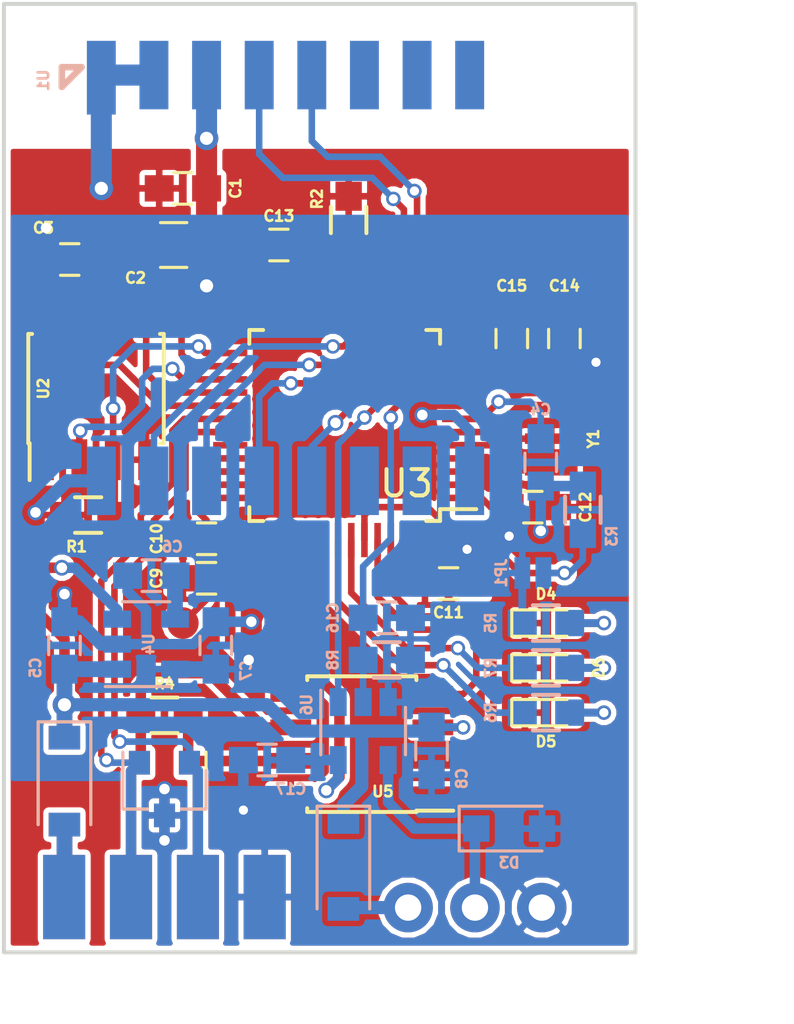
<source format=kicad_pcb>
(kicad_pcb (version 20171130) (host pcbnew 5.0.0)
  (layers (0 F.Cu signal) (31 B.Cu signal) (34 B.Paste user) (35 F.Paste user) (36 B.SilkS user) (37 F.SilkS user) (38 B.Mask user) (39 F.Mask user) (44 Edge.Cuts user))
  (net 0 "")
  (net 1 +3V3)
  (net 2 GND)
  (net 3 "Net-(C4-Pad2)")
  (net 4 +5V)
  (net 5 "Net-(C6-Pad1)")
  (net 6 U1TX)
  (net 7 U1RX)
  (net 8 U2TX)
  (net 9 "Net-(D4-Pad2)")
  (net 10 "Net-(D5-Pad2)")
  (net 11 "Net-(D6-Pad2)")
  (net 12 FLASH_WP)
  (net 13 "Net-(R2-Pad1)")
  (net 14 LED1)
  (net 15 LED2)
  (net 16 LORA_RST)
  (net 17 LORA_INT)
  (net 18 "Net-(U1-Pad6)")
  (net 19 "Net-(U1-Pad7)")
  (net 20 "Net-(U1-Pad8)")
  (net 21 "Net-(U1-Pad10)")
  (net 22 "Net-(U1-Pad11)")
  (net 23 SPI1_SCK)
  (net 24 SPI1_MISO)
  (net 25 SPI1_MOSI)
  (net 26 LORA_CS)
  (net 27 FLASH_CS)
  (net 28 SPI2_MISO)
  (net 29 SPI2_MOSI)
  (net 30 SPI2_SCK)
  (net 31 "Net-(U3-Pad2)")
  (net 32 "Net-(U3-Pad3)")
  (net 33 "Net-(U3-Pad4)")
  (net 34 "Net-(U3-Pad5)")
  (net 35 "Net-(U3-Pad6)")
  (net 36 "Net-(U3-Pad10)")
  (net 37 "Net-(U3-Pad19)")
  (net 38 "Net-(U3-Pad21)")
  (net 39 "Net-(U3-Pad22)")
  (net 40 SWDIO)
  (net 41 SWCLK)
  (net 42 SWO)
  (net 43 "Net-(U3-Pad40)")
  (net 44 "Net-(U3-Pad41)")
  (net 45 CANRX)
  (net 46 CANTX)
  (net 47 "Net-(U5-Pad5)")
  (net 48 BOOT0)
  (net 49 SB_INV)
  (net 50 "Net-(D3-Pad1)")
  (net 51 CANH)
  (net 52 CANL)
  (net 53 PWR_IN1)
  (net 54 PWR_IN2)
  (net 55 PWR_IN3)
  (net 56 "Net-(U3-Pad38)")
  (net 57 "Net-(U3-Pad32)")
  (net 58 "Net-(U3-Pad33)")
  (module LCC:RA0x-LCC16 (layer B.Cu) (at 119.7 108.4 270)
    (fp_text reference U1 (at -7.5 9.2 270) (layer B.SilkS) (effects (font (size 0.4 0.4) (thickness 0.1)) (justify mirror)))
    (fp_text value Ra-02)
    (pad 1 smd rect (at -7.6 7 270) (size 2.8 1.1) (layers B.Cu B.Paste B.Mask) (net 2 GND))
    (pad 2 smd rect (at -7.7 5 270) (size 2.6 1.1) (layers B.Cu B.Paste B.Mask) (net 2 GND))
    (pad 3 smd rect (at -7.7 3 270) (size 2.6 1.1) (layers B.Cu B.Paste B.Mask) (net 1 +3V3))
    (pad 4 smd rect (at -7.7 1 270) (size 2.6 1.1) (layers B.Cu B.Paste B.Mask) (net 16 LORA_RST))
    (pad 5 smd rect (at -7.7 -1 270) (size 2.6 1.1) (layers B.Cu B.Paste B.Mask) (net 17 LORA_INT))
    (pad 6 smd rect (at -7.7 -3 270) (size 2.6 1.1) (layers B.Cu B.Paste B.Mask) (net 18 "Net-(U1-Pad6)"))
    (pad 7 smd rect (at -7.7 -5 270) (size 2.6 1.1) (layers B.Cu B.Paste B.Mask) (net 19 "Net-(U1-Pad7)"))
    (pad 8 smd rect (at -7.7 -7 270) (size 2.6 1.1) (layers B.Cu B.Paste B.Mask) (net 20 "Net-(U1-Pad8)"))
    (pad 9 smd rect (at 7.7 -7 270) (size 2.6 1.1) (layers B.Cu B.Paste B.Mask) (net 2 GND))
    (pad 10 smd rect (at 7.7 -5 270) (size 2.6 1.1) (layers B.Cu B.Paste B.Mask) (net 21 "Net-(U1-Pad10)"))
    (pad 11 smd rect (at 7.7 -3 270) (size 2.6 1.1) (layers B.Cu B.Paste B.Mask) (net 22 "Net-(U1-Pad11)"))
    (pad 12 smd rect (at 7.7 -1 270) (size 2.6 1.1) (layers B.Cu B.Paste B.Mask) (net 23 SPI1_SCK))
    (pad 13 smd rect (at 7.7 1 270) (size 2.6 1.1) (layers B.Cu B.Paste B.Mask) (net 24 SPI1_MISO))
    (pad 14 smd rect (at 7.7 3 270) (size 2.6 1.1) (layers B.Cu B.Paste B.Mask) (net 25 SPI1_MOSI))
    (pad 15 smd rect (at 7.7 5 270) (size 2.6 1.1) (layers B.Cu B.Paste B.Mask) (net 26 LORA_CS))
    (pad 16 smd rect (at 7.7 7 270) (size 2.6 1.1) (layers B.Cu B.Paste B.Mask) (net 2 GND))
  )
  (module STD_SMD:C_0603_HandSoldering (layer F.Cu) (at 115.8 105 180)
    (fp_text reference C1 (at -2 0 270) (layer F.SilkS) (effects (font (size 0.4 0.4) (thickness 0.1))))
    (fp_text value 100nF)
    (pad 1 smd rect (at -0.9 0 180) (size 1.1 1) (layers F.Cu F.Paste F.Mask) (net 1 +3V3))
    (pad 2 smd rect (at 0.9 0 180) (size 1.1 1) (layers F.Cu F.Paste F.Mask) (net 2 GND))
  )
  (module STD_SMD:C_0805_HandSoldering (layer F.Cu) (at 115.45 107.15 180)
    (fp_text reference C2 (at 1.45 -1.25 180) (layer F.SilkS) (effects (font (size 0.4 0.4) (thickness 0.1))))
    (fp_text value 22uF)
    (pad 1 smd rect (at -1.25 0 180) (size 1.5 1.25) (layers F.Cu F.Paste F.Mask) (net 1 +3V3))
    (pad 2 smd rect (at 1.25 0 180) (size 1.5 1.25) (layers F.Cu F.Paste F.Mask) (net 2 GND))
  )
  (module STD_SMD:C_0603_HandSoldering (layer F.Cu) (at 111.5 107.7)
    (fp_text reference C3 (at -1 -1.2) (layer F.SilkS) (effects (font (size 0.4 0.4) (thickness 0.1))))
    (fp_text value 100nF)
    (pad 1 smd rect (at -0.9 0) (size 1.1 1) (layers F.Cu F.Paste F.Mask) (net 1 +3V3))
    (pad 2 smd rect (at 0.9 0) (size 1.1 1) (layers F.Cu F.Paste F.Mask) (net 2 GND))
  )
  (module STD_SMD:C_0603_HandSoldering (layer B.Cu) (at 129.4 115.4 90)
    (fp_text reference C4 (at 2 0 180) (layer B.SilkS) (effects (font (size 0.4 0.4) (thickness 0.1)) (justify mirror)))
    (fp_text value 100nF)
    (pad 1 smd rect (at -0.9 0 90) (size 1.1 1) (layers B.Cu B.Paste B.Mask) (net 2 GND))
    (pad 2 smd rect (at 0.9 0 90) (size 1.1 1) (layers B.Cu B.Paste B.Mask) (net 3 "Net-(C4-Pad2)"))
  )
  (module STD_SMD:C_0603_HandSoldering (layer B.Cu) (at 111.3 122.35 90)
    (fp_text reference C5 (at -0.85 -1.1 90) (layer B.SilkS) (effects (font (size 0.4 0.4) (thickness 0.1)) (justify mirror)))
    (fp_text value 2.2uF)
    (pad 1 smd rect (at -0.9 0 90) (size 1.1 1) (layers B.Cu B.Paste B.Mask) (net 4 +5V))
    (pad 2 smd rect (at 0.9 0 90) (size 1.1 1) (layers B.Cu B.Paste B.Mask) (net 2 GND))
  )
  (module STD_SMD:C_0603_HandSoldering (layer B.Cu) (at 114.6 119.7 180)
    (fp_text reference C6 (at -0.8 1.1 180) (layer B.SilkS) (effects (font (size 0.4 0.4) (thickness 0.1)) (justify mirror)))
    (fp_text value 10nF)
    (pad 1 smd rect (at -0.9 0 180) (size 1.1 1) (layers B.Cu B.Paste B.Mask) (net 5 "Net-(C6-Pad1)"))
    (pad 2 smd rect (at 0.9 0 180) (size 1.1 1) (layers B.Cu B.Paste B.Mask) (net 2 GND))
  )
  (module STD_SMD:C_0603_HandSoldering (layer B.Cu) (at 117.05 122.35 90)
    (fp_text reference C7 (at -0.95 1.15 90) (layer B.SilkS) (effects (font (size 0.4 0.4) (thickness 0.1)) (justify mirror)))
    (fp_text value 2.2uF)
    (pad 1 smd rect (at -0.9 0 90) (size 1.1 1) (layers B.Cu B.Paste B.Mask) (net 1 +3V3))
    (pad 2 smd rect (at 0.9 0 90) (size 1.1 1) (layers B.Cu B.Paste B.Mask) (net 2 GND))
  )
  (module STD_SMD:C_0603_HandSoldering (layer B.Cu) (at 125.25 126.35 270)
    (fp_text reference C8 (at 1.05 -1.15 270) (layer B.SilkS) (effects (font (size 0.4 0.4) (thickness 0.1)) (justify mirror)))
    (fp_text value 100nF)
    (pad 1 smd rect (at -0.9 0 270) (size 1.1 1) (layers B.Cu B.Paste B.Mask) (net 4 +5V))
    (pad 2 smd rect (at 0.9 0 270) (size 1.1 1) (layers B.Cu B.Paste B.Mask) (net 2 GND))
  )
  (module Diodes_SMD:D_SOD-123 (layer F.Cu) (at 111.3 127.5 270)
    (fp_text reference D1 hide)
    (fp_text value 1A hide)
    (pad 1 smd rect (at -1.65 0 270) (size 0.9 1.2) (layers F.Cu F.Paste F.Mask) (net 4 +5V))
    (pad 2 smd rect (at 1.65 0 270) (size 0.9 1.2) (layers F.Cu F.Paste F.Mask) (net 53 PWR_IN1))
  )
  (module TO_SOT_Packages_SMD:SOT-23 (layer B.Cu) (at 115.1 127.8 270)
    (fp_text reference D2 hide)
    (fp_text value PESD3V3 hide)
    (pad 1 smd rect (at -1 0.95 270) (size 0.9 0.8) (layers B.Cu B.Paste B.Mask) (net 6 U1TX))
    (pad 2 smd rect (at -1 -0.95 270) (size 0.9 0.8) (layers B.Cu B.Paste B.Mask) (net 7 U1RX))
    (pad 3 smd rect (at 1 0 270) (size 0.9 0.8) (layers B.Cu B.Paste B.Mask) (net 2 GND))
  )
  (module Diodes_SMD:D_SOD-323_HandSoldering (layer B.Cu) (at 128.2 129.3)
    (fp_text reference D3 (at 0 1.3) (layer B.SilkS) (effects (font (size 0.4 0.4) (thickness 0.1)) (justify mirror)))
    (fp_text value PESD3V3)
    (pad 1 smd rect (at -1.25 0) (size 1 1) (layers B.Cu B.Paste B.Mask) (net 50 "Net-(D3-Pad1)"))
    (pad 2 smd rect (at 1.25 0) (size 1 1) (layers B.Cu B.Paste B.Mask) (net 2 GND))
  )
  (module LEDs:LED_0603 (layer F.Cu) (at 129.6 121.5)
    (fp_text reference D4 (at 0 -1.1) (layer F.SilkS) (effects (font (size 0.4 0.4) (thickness 0.1))))
    (fp_text value RED)
    (pad 2 smd rect (at 0.8 0 180) (size 0.8 0.8) (layers F.Cu F.Paste F.Mask) (net 9 "Net-(D4-Pad2)"))
    (pad 1 smd rect (at -0.8 0 180) (size 0.8 0.8) (layers F.Cu F.Paste F.Mask) (net 2 GND))
  )
  (module LEDs:LED_0603 (layer F.Cu) (at 129.6 124.9)
    (fp_text reference D5 (at 0 1.1) (layer F.SilkS) (effects (font (size 0.4 0.4) (thickness 0.1))))
    (fp_text value BLUE)
    (pad 2 smd rect (at 0.8 0 180) (size 0.8 0.8) (layers F.Cu F.Paste F.Mask) (net 10 "Net-(D5-Pad2)"))
    (pad 1 smd rect (at -0.8 0 180) (size 0.8 0.8) (layers F.Cu F.Paste F.Mask) (net 2 GND))
  )
  (module LEDs:LED_0603 (layer F.Cu) (at 129.6 123.2)
    (fp_text reference D6 (at 2 0 90) (layer F.SilkS) (effects (font (size 0.4 0.4) (thickness 0.1))))
    (fp_text value GREEN)
    (pad 2 smd rect (at 0.8 0 180) (size 0.8 0.8) (layers F.Cu F.Paste F.Mask) (net 11 "Net-(D6-Pad2)"))
    (pad 1 smd rect (at -0.8 0 180) (size 0.8 0.8) (layers F.Cu F.Paste F.Mask) (net 2 GND))
  )
  (module TO_SOT_Packages_SMD:SOT-23 (layer F.Cu) (at 115.1 127.8 270)
    (fp_text reference D7 hide)
    (fp_text value PESDCAN hide)
    (pad 1 smd rect (at -1 -0.95 270) (size 0.9 0.8) (layers F.Cu F.Paste F.Mask) (net 51 CANH))
    (pad 2 smd rect (at -1 0.95 270) (size 0.9 0.8) (layers F.Cu F.Paste F.Mask) (net 52 CANL))
    (pad 3 smd rect (at 1 0 270) (size 0.9 0.8) (layers F.Cu F.Paste F.Mask) (net 2 GND))
  )
  (module Connector:M03 (layer F.Cu) (at 126.9 132.3)
    (fp_text reference J2 hide)
    (fp_text value CONN_01X03 hide)
    (pad 1 thru_hole circle (at -2.54 0) (size 1.88 1.88) (drill 1) (layers *.Cu *.Mask) (net 54 PWR_IN2))
    (pad 2 thru_hole circle (at 0 0) (size 1.88 1.88) (drill 1) (layers *.Cu *.Mask) (net 50 "Net-(D3-Pad1)"))
    (pad 3 thru_hole circle (at 2.54 0) (size 1.88 1.88) (drill 1) (layers *.Cu *.Mask) (net 2 GND))
  )
  (module STD_SMD:R_0603_HandSoldering (layer F.Cu) (at 112.2 117.4)
    (fp_text reference R1 (at -0.44 1.2) (layer F.SilkS) (effects (font (size 0.4 0.4) (thickness 0.1))))
    (fp_text value 47K)
    (pad 1 smd rect (at -0.9 0) (size 1.1 1) (layers F.Cu F.Paste F.Mask) (net 2 GND))
    (pad 2 smd rect (at 0.9 0) (size 1.1 1) (layers F.Cu F.Paste F.Mask) (net 12 FLASH_WP))
  )
  (module STD_SMD:R_0603_HandSoldering (layer F.Cu) (at 122.1 106.2 90)
    (fp_text reference R2 (at 0.8 -1.2 90) (layer F.SilkS) (effects (font (size 0.4 0.4) (thickness 0.1))))
    (fp_text value 10K)
    (pad 1 smd rect (at -0.9 0 90) (size 1.1 1) (layers F.Cu F.Paste F.Mask) (net 13 "Net-(R2-Pad1)"))
    (pad 2 smd rect (at 0.9 0 90) (size 1.1 1) (layers F.Cu F.Paste F.Mask) (net 2 GND))
  )
  (module STD_SMD:R_0603_HandSoldering (layer B.Cu) (at 131 117.2 90)
    (fp_text reference R3 (at -1 1.1 270) (layer B.SilkS) (effects (font (size 0.4 0.4) (thickness 0.1)) (justify mirror)))
    (fp_text value 10K)
    (pad 1 smd rect (at -0.9 0 90) (size 1.1 1) (layers B.Cu B.Paste B.Mask) (net 48 BOOT0))
    (pad 2 smd rect (at 0.9 0 90) (size 1.1 1) (layers B.Cu B.Paste B.Mask) (net 2 GND))
  )
  (module STD_SMD:R_0603_HandSoldering (layer F.Cu) (at 115.1 125)
    (fp_text reference R4 (at 0 -1.2) (layer F.SilkS) (effects (font (size 0.4 0.4) (thickness 0.1))))
    (fp_text value 120)
    (pad 1 smd rect (at -0.9 0) (size 1.1 1) (layers F.Cu F.Paste F.Mask) (net 52 CANL))
    (pad 2 smd rect (at 0.9 0) (size 1.1 1) (layers F.Cu F.Paste F.Mask) (net 51 CANH))
  )
  (module STD_SMD:R_0603_HandSoldering (layer B.Cu) (at 129.6 121.5)
    (fp_text reference R5 (at -2.1 0 90) (layer B.SilkS) (effects (font (size 0.4 0.4) (thickness 0.1)) (justify mirror)))
    (fp_text value 470)
    (pad 1 smd rect (at -0.9 0) (size 1.1 1) (layers B.Cu B.Paste B.Mask) (net 1 +3V3))
    (pad 2 smd rect (at 0.9 0) (size 1.1 1) (layers B.Cu B.Paste B.Mask) (net 9 "Net-(D4-Pad2)"))
  )
  (module STD_SMD:R_0603_HandSoldering (layer B.Cu) (at 129.6 124.9)
    (fp_text reference R6 (at -2.1 0 90) (layer B.SilkS) (effects (font (size 0.4 0.4) (thickness 0.1)) (justify mirror)))
    (fp_text value 470)
    (pad 1 smd rect (at -0.9 0) (size 1.1 1) (layers B.Cu B.Paste B.Mask) (net 14 LED1))
    (pad 2 smd rect (at 0.9 0) (size 1.1 1) (layers B.Cu B.Paste B.Mask) (net 10 "Net-(D5-Pad2)"))
  )
  (module STD_SMD:R_0603_HandSoldering (layer B.Cu) (at 129.6 123.2)
    (fp_text reference R7 (at -2.1 0 90) (layer B.SilkS) (effects (font (size 0.4 0.4) (thickness 0.1)) (justify mirror)))
    (fp_text value 470)
    (pad 1 smd rect (at -0.9 0) (size 1.1 1) (layers B.Cu B.Paste B.Mask) (net 15 LED2))
    (pad 2 smd rect (at 0.9 0) (size 1.1 1) (layers B.Cu B.Paste B.Mask) (net 11 "Net-(D6-Pad2)"))
  )
  (module Housings_SOIC:SOIC-8_3.9x4.9mm_Pitch1.27mm (layer F.Cu) (at 112.5 112.6 90)
    (fp_text reference U2 (at 0 -2 90) (layer F.SilkS) (effects (font (size 0.4 0.4) (thickness 0.1))))
    (fp_text value W25X40)
    (pad 1 smd rect (at -2.7 -1.905 90) (size 1.55 0.6) (layers F.Cu F.Paste F.Mask) (net 27 FLASH_CS))
    (pad 2 smd rect (at -2.7 -0.635 90) (size 1.55 0.6) (layers F.Cu F.Paste F.Mask) (net 28 SPI2_MISO))
    (pad 3 smd rect (at -2.7 0.635 90) (size 1.55 0.6) (layers F.Cu F.Paste F.Mask) (net 12 FLASH_WP))
    (pad 4 smd rect (at -2.7 1.905 90) (size 1.55 0.6) (layers F.Cu F.Paste F.Mask) (net 2 GND))
    (pad 5 smd rect (at 2.7 1.905 90) (size 1.55 0.6) (layers F.Cu F.Paste F.Mask) (net 29 SPI2_MOSI))
    (pad 6 smd rect (at 2.7 0.635 90) (size 1.55 0.6) (layers F.Cu F.Paste F.Mask) (net 30 SPI2_SCK))
    (pad 7 smd rect (at 2.7 -0.635 90) (size 1.55 0.6) (layers F.Cu F.Paste F.Mask) (net 1 +3V3))
    (pad 8 smd rect (at 2.7 -1.905 90) (size 1.55 0.6) (layers F.Cu F.Paste F.Mask) (net 1 +3V3))
  )
  (module Housings_QFP:LQFP-48_7x7mm_Pitch0.5mm (layer F.Cu) (at 121.95 114 180)
    (fp_text reference U3 (at -2.35 -2.2 180) (layer F.SilkS))
    (fp_text value STM32F103CBTx hide)
    (pad 1 smd rect (at -4.35 -2.75 180) (size 1.3 0.25) (layers F.Cu F.Paste F.Mask) (net 1 +3V3))
    (pad 2 smd rect (at -4.35 -2.25 180) (size 1.3 0.25) (layers F.Cu F.Paste F.Mask) (net 31 "Net-(U3-Pad2)"))
    (pad 3 smd rect (at -4.35 -1.75 180) (size 1.3 0.25) (layers F.Cu F.Paste F.Mask) (net 32 "Net-(U3-Pad3)"))
    (pad 4 smd rect (at -4.35 -1.25 180) (size 1.3 0.25) (layers F.Cu F.Paste F.Mask) (net 33 "Net-(U3-Pad4)"))
    (pad 5 smd rect (at -4.35 -0.75 180) (size 1.3 0.25) (layers F.Cu F.Paste F.Mask) (net 34 "Net-(U3-Pad5)"))
    (pad 6 smd rect (at -4.35 -0.25 180) (size 1.3 0.25) (layers F.Cu F.Paste F.Mask) (net 35 "Net-(U3-Pad6)"))
    (pad 7 smd rect (at -4.35 0.25 180) (size 1.3 0.25) (layers F.Cu F.Paste F.Mask) (net 3 "Net-(C4-Pad2)"))
    (pad 8 smd rect (at -4.35 0.75 180) (size 1.3 0.25) (layers F.Cu F.Paste F.Mask) (net 2 GND))
    (pad 9 smd rect (at -4.35 1.25 180) (size 1.3 0.25) (layers F.Cu F.Paste F.Mask) (net 1 +3V3))
    (pad 10 smd rect (at -4.35 1.75 180) (size 1.3 0.25) (layers F.Cu F.Paste F.Mask) (net 36 "Net-(U3-Pad10)"))
    (pad 11 smd rect (at -4.35 2.25 180) (size 1.3 0.25) (layers F.Cu F.Paste F.Mask) (net 49 SB_INV))
    (pad 12 smd rect (at -4.35 2.75 180) (size 1.3 0.25) (layers F.Cu F.Paste F.Mask) (net 8 U2TX))
    (pad 13 smd rect (at -2.75 4.35 270) (size 1.3 0.25) (layers F.Cu F.Paste F.Mask) (net 17 LORA_INT))
    (pad 14 smd rect (at -2.25 4.35 270) (size 1.3 0.25) (layers F.Cu F.Paste F.Mask) (net 16 LORA_RST))
    (pad 15 smd rect (at -1.75 4.35 270) (size 1.3 0.25) (layers F.Cu F.Paste F.Mask) (net 23 SPI1_SCK))
    (pad 16 smd rect (at -1.25 4.35 270) (size 1.3 0.25) (layers F.Cu F.Paste F.Mask) (net 24 SPI1_MISO))
    (pad 17 smd rect (at -0.75 4.35 270) (size 1.3 0.25) (layers F.Cu F.Paste F.Mask) (net 25 SPI1_MOSI))
    (pad 18 smd rect (at -0.25 4.35 270) (size 1.3 0.25) (layers F.Cu F.Paste F.Mask) (net 26 LORA_CS))
    (pad 19 smd rect (at 0.25 4.35 270) (size 1.3 0.25) (layers F.Cu F.Paste F.Mask) (net 37 "Net-(U3-Pad19)"))
    (pad 20 smd rect (at 0.75 4.35 270) (size 1.3 0.25) (layers F.Cu F.Paste F.Mask) (net 13 "Net-(R2-Pad1)"))
    (pad 21 smd rect (at 1.25 4.35 270) (size 1.3 0.25) (layers F.Cu F.Paste F.Mask) (net 38 "Net-(U3-Pad21)"))
    (pad 22 smd rect (at 1.75 4.35 270) (size 1.3 0.25) (layers F.Cu F.Paste F.Mask) (net 39 "Net-(U3-Pad22)"))
    (pad 23 smd rect (at 2.25 4.35 270) (size 1.3 0.25) (layers F.Cu F.Paste F.Mask) (net 2 GND))
    (pad 24 smd rect (at 2.75 4.35 270) (size 1.3 0.25) (layers F.Cu F.Paste F.Mask) (net 1 +3V3))
    (pad 25 smd rect (at 4.35 2.75 180) (size 1.3 0.25) (layers F.Cu F.Paste F.Mask) (net 12 FLASH_WP))
    (pad 26 smd rect (at 4.35 2.25 180) (size 1.3 0.25) (layers F.Cu F.Paste F.Mask) (net 30 SPI2_SCK))
    (pad 27 smd rect (at 4.35 1.75 180) (size 1.3 0.25) (layers F.Cu F.Paste F.Mask) (net 28 SPI2_MISO))
    (pad 28 smd rect (at 4.35 1.25 180) (size 1.3 0.25) (layers F.Cu F.Paste F.Mask) (net 29 SPI2_MOSI))
    (pad 29 smd rect (at 4.35 0.75 180) (size 1.3 0.25) (layers F.Cu F.Paste F.Mask) (net 27 FLASH_CS))
    (pad 30 smd rect (at 4.35 0.25 180) (size 1.3 0.25) (layers F.Cu F.Paste F.Mask) (net 6 U1TX))
    (pad 31 smd rect (at 4.35 -0.25 180) (size 1.3 0.25) (layers F.Cu F.Paste F.Mask) (net 7 U1RX))
    (pad 32 smd rect (at 4.35 -0.75 180) (size 1.3 0.25) (layers F.Cu F.Paste F.Mask) (net 57 "Net-(U3-Pad32)"))
    (pad 33 smd rect (at 4.35 -1.25 180) (size 1.3 0.25) (layers F.Cu F.Paste F.Mask) (net 58 "Net-(U3-Pad33)"))
    (pad 34 smd rect (at 4.35 -1.75 180) (size 1.3 0.25) (layers F.Cu F.Paste F.Mask) (net 40 SWDIO))
    (pad 35 smd rect (at 4.35 -2.25 180) (size 1.3 0.25) (layers F.Cu F.Paste F.Mask) (net 2 GND))
    (pad 36 smd rect (at 4.35 -2.75 180) (size 1.3 0.25) (layers F.Cu F.Paste F.Mask) (net 1 +3V3))
    (pad 37 smd rect (at 2.75 -4.35 270) (size 1.3 0.25) (layers F.Cu F.Paste F.Mask) (net 41 SWCLK))
    (pad 38 smd rect (at 2.25 -4.35 270) (size 1.3 0.25) (layers F.Cu F.Paste F.Mask) (net 56 "Net-(U3-Pad38)"))
    (pad 39 smd rect (at 1.75 -4.35 270) (size 1.3 0.25) (layers F.Cu F.Paste F.Mask) (net 42 SWO))
    (pad 40 smd rect (at 1.25 -4.35 270) (size 1.3 0.25) (layers F.Cu F.Paste F.Mask) (net 43 "Net-(U3-Pad40)"))
    (pad 41 smd rect (at 0.75 -4.35 270) (size 1.3 0.25) (layers F.Cu F.Paste F.Mask) (net 44 "Net-(U3-Pad41)"))
    (pad 42 smd rect (at 0.25 -4.35 270) (size 1.3 0.25) (layers F.Cu F.Paste F.Mask) (net 14 LED1))
    (pad 43 smd rect (at -0.25 -4.35 270) (size 1.3 0.25) (layers F.Cu F.Paste F.Mask) (net 15 LED2))
    (pad 44 smd rect (at -0.75 -4.35 270) (size 1.3 0.25) (layers F.Cu F.Paste F.Mask) (net 48 BOOT0))
    (pad 45 smd rect (at -1.25 -4.35 270) (size 1.3 0.25) (layers F.Cu F.Paste F.Mask) (net 45 CANRX))
    (pad 46 smd rect (at -1.75 -4.35 270) (size 1.3 0.25) (layers F.Cu F.Paste F.Mask) (net 46 CANTX))
    (pad 47 smd rect (at -2.25 -4.35 270) (size 1.3 0.25) (layers F.Cu F.Paste F.Mask) (net 2 GND))
    (pad 48 smd rect (at -2.75 -4.35 270) (size 1.3 0.25) (layers F.Cu F.Paste F.Mask) (net 1 +3V3))
  )
  (module TO_SOT_Packages_SMD:SOT-23-5 (layer B.Cu) (at 114.4 122.3)
    (fp_text reference U4 (at 0.1 0 90) (layer B.SilkS) (effects (font (size 0.4 0.4) (thickness 0.1)) (justify mirror)))
    (fp_text value SPX3819 hide)
    (pad 1 smd rect (at -1.1 0.95) (size 1.06 0.65) (layers B.Cu B.Paste B.Mask) (net 4 +5V))
    (pad 2 smd rect (at -1.1 0) (size 1.06 0.65) (layers B.Cu B.Paste B.Mask) (net 2 GND))
    (pad 3 smd rect (at -1.1 -0.95) (size 1.06 0.65) (layers B.Cu B.Paste B.Mask) (net 4 +5V))
    (pad 4 smd rect (at 1.1 -0.95) (size 1.06 0.65) (layers B.Cu B.Paste B.Mask) (net 5 "Net-(C6-Pad1)"))
    (pad 5 smd rect (at 1.1 0.95) (size 1.06 0.65) (layers B.Cu B.Paste B.Mask) (net 1 +3V3))
  )
  (module Housings_SOIC:SOIC-8_3.9x4.9mm_Pitch1.27mm (layer F.Cu) (at 122.6 126.095 180)
    (fp_text reference U5 (at -0.8 -1.8 180) (layer F.SilkS) (effects (font (size 0.4 0.4) (thickness 0.1))))
    (fp_text value TJA1050 hide)
    (pad 1 smd rect (at -2.7 -1.905 180) (size 1.55 0.6) (layers F.Cu F.Paste F.Mask) (net 46 CANTX))
    (pad 2 smd rect (at -2.7 -0.635 180) (size 1.55 0.6) (layers F.Cu F.Paste F.Mask) (net 2 GND))
    (pad 3 smd rect (at -2.7 0.635 180) (size 1.55 0.6) (layers F.Cu F.Paste F.Mask) (net 4 +5V))
    (pad 4 smd rect (at -2.7 1.905 180) (size 1.55 0.6) (layers F.Cu F.Paste F.Mask) (net 45 CANRX))
    (pad 5 smd rect (at 2.7 1.905 180) (size 1.55 0.6) (layers F.Cu F.Paste F.Mask) (net 47 "Net-(U5-Pad5)"))
    (pad 6 smd rect (at 2.7 0.635 180) (size 1.55 0.6) (layers F.Cu F.Paste F.Mask) (net 52 CANL))
    (pad 7 smd rect (at 2.7 -0.635 180) (size 1.55 0.6) (layers F.Cu F.Paste F.Mask) (net 51 CANH))
    (pad 8 smd rect (at 2.7 -1.905 180) (size 1.55 0.6) (layers F.Cu F.Paste F.Mask) (net 2 GND))
  )
  (module MurataResonators:CERALOCK-CSTCE (layer F.Cu) (at 129.8 114.5 270)
    (fp_text reference Y1 (at 0 -1.6 270) (layer F.SilkS) (effects (font (size 0.4 0.4) (thickness 0.1))))
    (fp_text value 8MHz)
    (pad 1 smd rect (at 1.2 0) (size 2 0.4) (layers F.Cu F.Paste F.Mask) (net 34 "Net-(U3-Pad5)"))
    (pad 2 smd rect (at 0 0) (size 2 0.4) (layers F.Cu F.Paste F.Mask) (net 2 GND))
    (pad 3 smd rect (at -1.2 0) (size 2 0.4) (layers F.Cu F.Paste F.Mask) (net 35 "Net-(U3-Pad6)"))
  )
  (module Connector:M04_SMD (layer B.Cu) (at 115.1 131.9)
    (fp_text reference J1 hide)
    (fp_text value CONN_01X04 hide)
    (pad 4 smd rect (at 3.81 0) (size 1.6 3.2) (layers B.Cu B.Mask) (net 2 GND))
    (pad 1 smd rect (at -3.81 0) (size 1.6 3.2) (layers B.Cu B.Mask) (net 55 PWR_IN3))
    (pad 2 smd rect (at -1.27 0) (size 1.6 3.2) (layers B.Cu B.Mask) (net 6 U1TX))
    (pad 3 smd rect (at 1.27 0) (size 1.6 3.2) (layers B.Cu B.Mask) (net 7 U1RX))
  )
  (module Connector:M04_SMD (layer F.Cu) (at 115.1 131.9)
    (fp_text reference J3 hide)
    (fp_text value CONN_01X04 hide)
    (pad 4 smd rect (at 3.81 0) (size 1.6 3.2) (layers F.Cu F.Mask) (net 2 GND))
    (pad 1 smd rect (at -3.81 0) (size 1.6 3.2) (layers F.Cu F.Mask) (net 53 PWR_IN1))
    (pad 2 smd rect (at -1.27 0) (size 1.6 3.2) (layers F.Cu F.Mask) (net 52 CANL))
    (pad 3 smd rect (at 1.27 0) (size 1.6 3.2) (layers F.Cu F.Mask) (net 51 CANH))
  )
  (module STD_SMD:C_0603_HandSoldering (layer F.Cu) (at 116.7 119.8 180)
    (fp_text reference C9 (at 1.9 0 270) (layer F.SilkS) (effects (font (size 0.4 0.4) (thickness 0.1))))
    (fp_text value 10uF)
    (pad 1 smd rect (at -0.9 0 180) (size 1.1 1) (layers F.Cu F.Paste F.Mask) (net 1 +3V3))
    (pad 2 smd rect (at 0.9 0 180) (size 1.1 1) (layers F.Cu F.Paste F.Mask) (net 2 GND))
  )
  (module STD_SMD:C_0603_HandSoldering (layer F.Cu) (at 116.7 118.3 180)
    (fp_text reference C10 (at 1.9 0 270) (layer F.SilkS) (effects (font (size 0.4 0.4) (thickness 0.1))))
    (fp_text value 100nF)
    (pad 1 smd rect (at -0.9 0 180) (size 1.1 1) (layers F.Cu F.Paste F.Mask) (net 1 +3V3))
    (pad 2 smd rect (at 0.9 0 180) (size 1.1 1) (layers F.Cu F.Paste F.Mask) (net 2 GND))
  )
  (module STD_SMD:C_0603_HandSoldering (layer F.Cu) (at 125.9 120 180)
    (fp_text reference C11 (at 0 -1.1 180) (layer F.SilkS) (effects (font (size 0.4 0.4) (thickness 0.1))))
    (fp_text value 100nF)
    (pad 1 smd rect (at -0.9 0 180) (size 1.1 1) (layers F.Cu F.Paste F.Mask) (net 1 +3V3))
    (pad 2 smd rect (at 0.9 0 180) (size 1.1 1) (layers F.Cu F.Paste F.Mask) (net 2 GND))
  )
  (module STD_SMD:C_0603_HandSoldering (layer F.Cu) (at 129.1 117.1)
    (fp_text reference C12 (at 2 0 90) (layer F.SilkS) (effects (font (size 0.4 0.4) (thickness 0.1))))
    (fp_text value 100nF)
    (pad 1 smd rect (at -0.9 0) (size 1.1 1) (layers F.Cu F.Paste F.Mask) (net 1 +3V3))
    (pad 2 smd rect (at 0.9 0) (size 1.1 1) (layers F.Cu F.Paste F.Mask) (net 2 GND))
  )
  (module STD_SMD:C_0603_HandSoldering (layer F.Cu) (at 119.45 107.15)
    (fp_text reference C13 (at 0 -1.1) (layer F.SilkS) (effects (font (size 0.4 0.4) (thickness 0.1))))
    (fp_text value 100nF)
    (pad 1 smd rect (at -0.9 0) (size 1.1 1) (layers F.Cu F.Paste F.Mask) (net 1 +3V3))
    (pad 2 smd rect (at 0.9 0) (size 1.1 1) (layers F.Cu F.Paste F.Mask) (net 2 GND))
  )
  (module STD_SMD:C_0603_HandSoldering (layer F.Cu) (at 130.3 110.7 90)
    (fp_text reference C14 (at 2 0 180) (layer F.SilkS) (effects (font (size 0.4 0.4) (thickness 0.1))))
    (fp_text value 1uF)
    (pad 1 smd rect (at -0.9 0 90) (size 1.1 1) (layers F.Cu F.Paste F.Mask) (net 1 +3V3))
    (pad 2 smd rect (at 0.9 0 90) (size 1.1 1) (layers F.Cu F.Paste F.Mask) (net 2 GND))
  )
  (module STD_SMD:C_0603_HandSoldering (layer F.Cu) (at 128.3 110.7 90)
    (fp_text reference C15 (at 2 0 180) (layer F.SilkS) (effects (font (size 0.4 0.4) (thickness 0.1))))
    (fp_text value 100nF)
    (pad 1 smd rect (at -0.9 0 90) (size 1.1 1) (layers F.Cu F.Paste F.Mask) (net 1 +3V3))
    (pad 2 smd rect (at 0.9 0 90) (size 1.1 1) (layers F.Cu F.Paste F.Mask) (net 2 GND))
  )
  (module PCB_Misc:JUMPER_SMALL (layer B.Cu) (at 129.1 119.6)
    (fp_text reference JP1 (at -1.2 0 90) (layer B.SilkS) (effects (font (size 0.4 0.4) (thickness 0.1)) (justify mirror)))
    (fp_text value Jumper)
    (pad 1 smd rect (at -0.4 0) (size 0.6 1.2) (layers B.Cu B.Mask) (net 1 +3V3))
    (pad 2 smd rect (at 0.4 0) (size 0.6 1.2) (layers B.Cu B.Mask) (net 48 BOOT0))
  )
  (module STD_SMD:C_0603_HandSoldering (layer B.Cu) (at 123.55 121.3)
    (fp_text reference C16 (at -2.05 0 90) (layer B.SilkS) (effects (font (size 0.4 0.4) (thickness 0.1)) (justify mirror)))
    (fp_text value 10nF)
    (pad 1 smd rect (at -0.9 0) (size 1.1 1) (layers B.Cu B.Paste B.Mask) (net 49 SB_INV))
    (pad 2 smd rect (at 0.9 0) (size 1.1 1) (layers B.Cu B.Paste B.Mask) (net 2 GND))
  )
  (module STD_SMD:C_0603_HandSoldering (layer B.Cu) (at 119 126.7)
    (fp_text reference C17 (at 0.9 1.1) (layer B.SilkS) (effects (font (size 0.4 0.4) (thickness 0.1)) (justify mirror)))
    (fp_text value 100nF)
    (pad 1 smd rect (at -0.9 0) (size 1.1 1) (layers B.Cu B.Paste B.Mask) (net 2 GND))
    (pad 2 smd rect (at 0.9 0) (size 1.1 1) (layers B.Cu B.Paste B.Mask) (net 1 +3V3))
  )
  (module STD_SMD:R_0603_HandSoldering (layer B.Cu) (at 123.55 122.9 180)
    (fp_text reference R8 (at 2.05 0 270) (layer B.SilkS) (effects (font (size 0.4 0.4) (thickness 0.1)) (justify mirror)))
    (fp_text value 1.5K)
    (pad 1 smd rect (at -0.9 0 180) (size 1.1 1) (layers B.Cu B.Paste B.Mask) (net 2 GND))
    (pad 2 smd rect (at 0.9 0 180) (size 1.1 1) (layers B.Cu B.Paste B.Mask) (net 49 SB_INV))
  )
  (module TO_SOT_Packages_SMD:SOT-23-5 (layer B.Cu) (at 122.65 125.6 270)
    (fp_text reference U6 (at -1 2.15 270) (layer B.SilkS) (effects (font (size 0.4 0.4) (thickness 0.1)) (justify mirror)))
    (fp_text value 74AHC1G86)
    (pad 1 smd rect (at -1.1 0.95 270) (size 1.06 0.65) (layers B.Cu B.Paste B.Mask) (net 8 U2TX))
    (pad 2 smd rect (at -1.1 0 270) (size 1.06 0.65) (layers B.Cu B.Paste B.Mask) (net 49 SB_INV))
    (pad 3 smd rect (at -1.1 -0.95 270) (size 1.06 0.65) (layers B.Cu B.Paste B.Mask) (net 2 GND))
    (pad 4 smd rect (at 1.1 -0.95 270) (size 1.06 0.65) (layers B.Cu B.Paste B.Mask) (net 50 "Net-(D3-Pad1)"))
    (pad 5 smd rect (at 1.1 0.95 270) (size 1.06 0.65) (layers B.Cu B.Paste B.Mask) (net 1 +3V3))
  )
  (module Diodes_SMD:D_SOD-123 (layer B.Cu) (at 121.9 130.7 270)
    (fp_text reference D8 hide)
    (fp_text value 1A hide)
    (pad 1 smd rect (at -1.65 0 270) (size 0.9 1.2) (layers B.Cu B.Paste B.Mask) (net 4 +5V))
    (pad 2 smd rect (at 1.65 0 270) (size 0.9 1.2) (layers B.Cu B.Paste B.Mask) (net 54 PWR_IN2))
  )
  (module Diodes_SMD:D_SOD-123 (layer B.Cu) (at 111.3 127.5 270)
    (fp_text reference D9 hide)
    (fp_text value 1A hide)
    (pad 1 smd rect (at -1.65 0 270) (size 0.9 1.2) (layers B.Cu B.Paste B.Mask) (net 4 +5V))
    (pad 2 smd rect (at 1.65 0 270) (size 0.9 1.2) (layers B.Cu B.Paste B.Mask) (net 55 PWR_IN3))
  )
  (module PCB_Misc:TESTPAD_SMALL (layer F.Cu) (at 115.8 121.5)
    (fp_text reference TP1 hide)
    (fp_text value SWDIO)
    (pad 1 smd circle (at 0 0) (size 1.2 1.2) (layers F.Cu F.Mask) (net 40 SWDIO))
  )
  (module PCB_Misc:TESTPAD_SMALL (layer F.Cu) (at 119.6 121.6)
    (fp_text reference TP2 hide)
    (fp_text value SWCLK)
    (pad 1 smd circle (at 0 0) (size 1.2 1.2) (layers F.Cu F.Mask) (net 41 SWCLK))
  )
  (module PCB_Misc:TESTPAD_SMALL (layer F.Cu) (at 120.7 120.4)
    (fp_text reference TP3 hide)
    (fp_text value SWO)
    (pad 1 smd circle (at 0 0) (size 1.2 1.2) (layers F.Cu F.Mask) (net 42 SWO))
  )
  (gr_line (start 133 98) (end 109 98) (angle 90) (layer Edge.Cuts) (width 0.15))
  (gr_line (start 133 134) (end 133 98) (angle 90) (layer Edge.Cuts) (width 0.15))
  (gr_line (start 109 134) (end 133 134) (angle 90) (layer Edge.Cuts) (width 0.15))
  (gr_line (start 109 98) (end 109 134) (angle 90) (layer Edge.Cuts) (width 0.15))
  (segment (start 121.75 127.35) (end 121.75 124.35) (width 0.4) (layer F.Cu) (net 1))
  (segment (start 121.7 127.4) (end 121.25 127.85) (width 0.4) (layer B.Cu) (net 1))
  (via (at 121.25 127.85) (size 0.6) (drill 0.4) (layers F.Cu B.Cu) (net 1))
  (segment (start 121.25 127.85) (end 121.75 127.35) (width 0.4) (layer F.Cu) (net 1))
  (segment (start 117.6 119.8) (end 117.6 122.2) (width 0.4) (layer F.Cu) (net 1))
  (via (at 118.3 122.9) (size 0.6) (drill 0.4) (layers F.Cu B.Cu) (net 1))
  (segment (start 117.6 122.2) (end 118.3 122.9) (width 0.4) (layer F.Cu) (net 1))
  (segment (start 121.7 127.4) (end 121.7 126.7) (width 0.4) (layer B.Cu) (net 1))
  (segment (start 118.7 123.3) (end 118.3 122.9) (width 0.4) (layer F.Cu) (net 1))
  (segment (start 120.7 123.3) (end 118.7 123.3) (width 0.4) (layer F.Cu) (net 1))
  (segment (start 121.75 124.35) (end 120.7 123.3) (width 0.4) (layer F.Cu) (net 1))
  (segment (start 117.6 118.3) (end 117.6 119.8) (width 0.25) (layer F.Cu) (net 1))
  (segment (start 117.6 116.75) (end 117.6 118.3) (width 0.25) (layer F.Cu) (net 1))
  (segment (start 130.3 111.6) (end 131.5 111.6) (width 0.25) (layer F.Cu) (net 1))
  (via (at 131.5 111.6) (size 0.55) (drill 0.35) (layers F.Cu B.Cu) (net 1))
  (segment (start 128.2 117.1) (end 128.2 118.2) (width 0.25) (layer F.Cu) (net 1))
  (via (at 128.2 118.2) (size 0.55) (drill 0.35) (layers F.Cu B.Cu) (net 1))
  (segment (start 126.8 120) (end 126.8 118.9) (width 0.25) (layer F.Cu) (net 1))
  (segment (start 126.25 118.35) (end 126.6 118.7) (width 0.25) (layer F.Cu) (net 1))
  (via (at 126.6 118.7) (size 0.55) (drill 0.35) (layers F.Cu B.Cu) (net 1))
  (segment (start 126.25 118.35) (end 124.7 118.35) (width 0.25) (layer F.Cu) (net 1))
  (segment (start 126.8 118.9) (end 126.6 118.7) (width 0.25) (layer F.Cu) (net 1))
  (segment (start 126.3 116.75) (end 127.15 116.75) (width 0.25) (layer F.Cu) (net 1))
  (segment (start 127.5 117.1) (end 128.2 117.1) (width 0.25) (layer F.Cu) (net 1))
  (segment (start 127.15 116.75) (end 127.5 117.1) (width 0.25) (layer F.Cu) (net 1))
  (segment (start 128.7 119.6) (end 128.7 121.5) (width 0.3) (layer B.Cu) (net 1))
  (segment (start 115.5 123.25) (end 117.05 123.25) (width 0.6) (layer B.Cu) (net 1))
  (segment (start 110.595 109.9) (end 111.865 109.9) (width 0.4) (layer F.Cu) (net 1))
  (segment (start 110.6 107.7) (end 110.6 106.5) (width 0.4) (layer F.Cu) (net 1))
  (via (at 110.6 106.5) (size 0.6) (drill 0.4) (layers F.Cu B.Cu) (net 1))
  (segment (start 110.595 109.9) (end 110.595 107.705) (width 0.4) (layer F.Cu) (net 1))
  (segment (start 110.595 107.705) (end 110.6 107.7) (width 0.4) (layer F.Cu) (net 1))
  (segment (start 119.9 126.7) (end 121.7 126.7) (width 0.4) (layer B.Cu) (net 1))
  (segment (start 116.7 107.15) (end 118.55 107.15) (width 0.4) (layer F.Cu) (net 1))
  (segment (start 116.7 107.15) (end 116.7 108.7) (width 0.8) (layer F.Cu) (net 1))
  (via (at 116.7 108.7) (size 0.9) (drill 0.5) (layers F.Cu B.Cu) (net 1))
  (segment (start 116.7 105) (end 116.7 107.15) (width 0.8) (layer F.Cu) (net 1))
  (segment (start 116.7 100.7) (end 116.7 103.1) (width 0.8) (layer B.Cu) (net 1))
  (segment (start 116.7 103.1) (end 116.7 105) (width 0.8) (layer F.Cu) (net 1))
  (via (at 116.7 103.1) (size 0.9) (drill 0.5) (layers F.Cu B.Cu) (net 1))
  (segment (start 128.3 111.6) (end 130.3 111.6) (width 0.25) (layer F.Cu) (net 1))
  (segment (start 126.3 112.75) (end 127.15 112.75) (width 0.25) (layer F.Cu) (net 1))
  (segment (start 127.15 112.75) (end 128.3 111.6) (width 0.25) (layer F.Cu) (net 1))
  (segment (start 119.2 109.65) (end 119.2 108.8) (width 0.25) (layer F.Cu) (net 1))
  (segment (start 119.2 108.8) (end 118.55 108.15) (width 0.25) (layer F.Cu) (net 1))
  (segment (start 118.55 108.15) (end 118.55 107.15) (width 0.25) (layer F.Cu) (net 1))
  (segment (start 115.1 128.8) (end 115.1 127.8) (width 0.4) (layer B.Cu) (net 2))
  (segment (start 115.1 127.8) (end 115.1 128.8) (width 0.4) (layer F.Cu) (net 2))
  (via (at 115.1 127.8) (size 0.6) (drill 0.4) (layers F.Cu B.Cu) (net 2))
  (segment (start 112.7 116.1) (end 111.4 116.1) (width 0.5) (layer B.Cu) (net 2))
  (via (at 110.2 117.3) (size 0.6) (drill 0.4) (layers F.Cu B.Cu) (net 2))
  (segment (start 111.4 116.1) (end 110.2 117.3) (width 0.5) (layer B.Cu) (net 2))
  (segment (start 126.7 116.1) (end 126.7 114.2) (width 0.4) (layer B.Cu) (net 2))
  (via (at 124.9 113.6) (size 0.6) (drill 0.4) (layers F.Cu B.Cu) (net 2))
  (segment (start 126.1 113.6) (end 124.9 113.6) (width 0.4) (layer B.Cu) (net 2))
  (segment (start 126.7 114.2) (end 126.1 113.6) (width 0.4) (layer B.Cu) (net 2))
  (segment (start 112.7 100.8) (end 112.7 105) (width 0.8) (layer B.Cu) (net 2))
  (via (at 112.7 105) (size 0.9) (drill 0.5) (layers F.Cu B.Cu) (net 2))
  (segment (start 114.7 100.7) (end 112.8 100.7) (width 0.8) (layer B.Cu) (net 2))
  (segment (start 112.8 100.7) (end 112.7 100.8) (width 0.8) (layer B.Cu) (net 2))
  (segment (start 129.4 116.3) (end 129.4 118) (width 0.4) (layer B.Cu) (net 2))
  (via (at 129.4 118) (size 0.6) (drill 0.4) (layers F.Cu B.Cu) (net 2))
  (segment (start 129.4 116.3) (end 131 116.3) (width 0.4) (layer B.Cu) (net 2))
  (segment (start 113.7 119.7) (end 113.7 120.3) (width 0.4) (layer B.Cu) (net 2))
  (segment (start 114.4 121) (end 114.4 122.3) (width 0.4) (layer B.Cu) (net 2))
  (segment (start 113.7 120.3) (end 114.4 121) (width 0.4) (layer B.Cu) (net 2))
  (segment (start 113.3 122.3) (end 114.4 122.3) (width 0.4) (layer B.Cu) (net 2))
  (segment (start 114.4 122.3) (end 116.2 122.3) (width 0.4) (layer B.Cu) (net 2))
  (segment (start 116.2 122.3) (end 117.05 121.45) (width 0.4) (layer B.Cu) (net 2))
  (segment (start 118.4 121.45) (end 117.05 121.45) (width 0.4) (layer B.Cu) (net 2))
  (via (at 118.4 121.45) (size 0.6) (drill 0.4) (layers F.Cu B.Cu) (net 2))
  (segment (start 115.1 128.8) (end 115.1 129.75) (width 0.4) (layer B.Cu) (net 2))
  (segment (start 115.1 129.75) (end 115.1 128.8) (width 0.4) (layer F.Cu) (net 2))
  (via (at 115.1 129.75) (size 0.6) (drill 0.4) (layers F.Cu B.Cu) (net 2))
  (via (at 111.3 120.4) (size 0.6) (drill 0.4) (layers F.Cu B.Cu) (net 2))
  (segment (start 111.3 120.4) (end 111.3 121.45) (width 0.5) (layer B.Cu) (net 2))
  (segment (start 113.3 122.3) (end 112.7 122.3) (width 0.5) (layer B.Cu) (net 2))
  (segment (start 111.85 121.45) (end 111.3 121.45) (width 0.5) (layer B.Cu) (net 2))
  (segment (start 112.7 122.3) (end 111.85 121.45) (width 0.5) (layer B.Cu) (net 2))
  (segment (start 118.1 126.7) (end 118.1 128.6) (width 0.4) (layer B.Cu) (net 2))
  (via (at 118.1 128.6) (size 0.55) (drill 0.35) (layers F.Cu B.Cu) (net 2))
  (segment (start 126.3 113.75) (end 127.15 113.75) (width 0.25) (layer F.Cu) (net 3))
  (segment (start 129.4 113.5) (end 129.4 114.5) (width 0.25) (layer B.Cu) (net 3))
  (segment (start 129 113.1) (end 129.4 113.5) (width 0.25) (layer B.Cu) (net 3))
  (segment (start 127.8 113.1) (end 129 113.1) (width 0.25) (layer B.Cu) (net 3))
  (via (at 127.8 113.1) (size 0.55) (drill 0.35) (layers F.Cu B.Cu) (net 3))
  (segment (start 127.15 113.75) (end 127.8 113.1) (width 0.25) (layer F.Cu) (net 3))
  (segment (start 113.3 121.35) (end 113.3 121) (width 0.4) (layer B.Cu) (net 4))
  (segment (start 111.3 122.1) (end 111.3 124.6) (width 0.4) (layer F.Cu) (net 4))
  (segment (start 110.3 121.1) (end 111.3 122.1) (width 0.4) (layer F.Cu) (net 4))
  (segment (start 110.3 119.7) (end 110.3 121.1) (width 0.4) (layer F.Cu) (net 4))
  (segment (start 110.6 119.4) (end 110.3 119.7) (width 0.4) (layer F.Cu) (net 4))
  (segment (start 111.2 119.4) (end 110.6 119.4) (width 0.4) (layer F.Cu) (net 4))
  (via (at 111.2 119.4) (size 0.6) (drill 0.4) (layers F.Cu B.Cu) (net 4))
  (segment (start 111.7 119.4) (end 111.2 119.4) (width 0.4) (layer B.Cu) (net 4))
  (segment (start 113.3 121) (end 111.7 119.4) (width 0.4) (layer B.Cu) (net 4))
  (segment (start 121.9 129.05) (end 121.9 128.4) (width 0.5) (layer B.Cu) (net 4))
  (segment (start 122.6 127.7) (end 122.6 125.6) (width 0.5) (layer B.Cu) (net 4))
  (segment (start 121.9 128.4) (end 122.6 127.7) (width 0.5) (layer B.Cu) (net 4))
  (segment (start 111.3 124.6) (end 119 124.6) (width 0.5) (layer B.Cu) (net 4))
  (segment (start 120 125.6) (end 122.6 125.6) (width 0.5) (layer B.Cu) (net 4))
  (segment (start 122.6 125.6) (end 125.1 125.6) (width 0.5) (layer B.Cu) (net 4))
  (segment (start 119 124.6) (end 120 125.6) (width 0.5) (layer B.Cu) (net 4))
  (segment (start 125.1 125.6) (end 125.25 125.45) (width 0.5) (layer B.Cu) (net 4))
  (segment (start 111.3 125.85) (end 111.3 124.6) (width 0.6) (layer F.Cu) (net 4))
  (via (at 111.3 124.6) (size 0.9) (drill 0.5) (layers F.Cu B.Cu) (net 4))
  (segment (start 111.3 123.25) (end 111.3 124.6) (width 0.6) (layer B.Cu) (net 4))
  (segment (start 111.3 124.6) (end 111.3 125.85) (width 0.6) (layer B.Cu) (net 4))
  (segment (start 125.3 125.465) (end 126.445 125.465) (width 0.3) (layer F.Cu) (net 4))
  (segment (start 126.44 125.45) (end 125.25 125.45) (width 0.3) (layer B.Cu) (net 4))
  (segment (start 126.45 125.46) (end 126.44 125.45) (width 0.3) (layer B.Cu) (net 4))
  (via (at 126.45 125.46) (size 0.55) (drill 0.35) (layers F.Cu B.Cu) (net 4))
  (segment (start 126.445 125.465) (end 126.45 125.46) (width 0.3) (layer F.Cu) (net 4))
  (segment (start 113.3 123.25) (end 111.3 123.25) (width 0.6) (layer B.Cu) (net 4))
  (segment (start 115.5 121.35) (end 115.5 119.7) (width 0.6) (layer B.Cu) (net 5))
  (segment (start 112.7 126.5) (end 112.9 126.7) (width 0.25) (layer F.Cu) (net 6))
  (segment (start 115.4 114.2) (end 115.85 113.75) (width 0.25) (layer F.Cu) (net 6))
  (segment (start 117.6 113.75) (end 115.85 113.75) (width 0.25) (layer F.Cu) (net 6))
  (segment (start 112.7 126.5) (end 112.7 124.4) (width 0.25) (layer F.Cu) (net 6))
  (segment (start 112.7 124.4) (end 112.7 119.9) (width 0.25) (layer F.Cu) (net 6))
  (segment (start 114.2 118.4) (end 114.2 117.4) (width 0.25) (layer F.Cu) (net 6))
  (segment (start 114.2 117.4) (end 115.4 116.2) (width 0.25) (layer F.Cu) (net 6))
  (segment (start 112.7 119.9) (end 114.2 118.4) (width 0.25) (layer F.Cu) (net 6))
  (segment (start 115.4 116.2) (end 115.4 114.2) (width 0.25) (layer F.Cu) (net 6))
  (segment (start 113 126.8) (end 114.15 126.8) (width 0.25) (layer B.Cu) (net 6))
  (segment (start 112.9 126.7) (end 113 126.8) (width 0.25) (layer B.Cu) (net 6))
  (via (at 112.9 126.7) (size 0.55) (drill 0.35) (layers F.Cu B.Cu) (net 6))
  (segment (start 113.83 131.9) (end 113.83 127.12) (width 0.4) (layer B.Cu) (net 6))
  (segment (start 113.83 127.12) (end 114.15 126.8) (width 0.4) (layer B.Cu) (net 6))
  (segment (start 113.4 126) (end 115.8 126) (width 0.25) (layer B.Cu) (net 7))
  (segment (start 113.2 125.8) (end 113.4 126) (width 0.25) (layer F.Cu) (net 7))
  (via (at 113.4 126) (size 0.55) (drill 0.35) (layers F.Cu B.Cu) (net 7))
  (segment (start 115.9 116.4) (end 115.9 114.6) (width 0.25) (layer F.Cu) (net 7))
  (segment (start 113.2 125.5) (end 113.2 125.7) (width 0.25) (layer F.Cu) (net 7))
  (segment (start 115.9 116.4) (end 114.7 117.6) (width 0.25) (layer F.Cu) (net 7))
  (segment (start 114.7 117.6) (end 114.7 118.6) (width 0.25) (layer F.Cu) (net 7))
  (segment (start 114.7 118.6) (end 113.2 120.1) (width 0.25) (layer F.Cu) (net 7))
  (segment (start 113.2 120.1) (end 113.2 125.5) (width 0.25) (layer F.Cu) (net 7))
  (segment (start 117.6 114.25) (end 116.25 114.25) (width 0.25) (layer F.Cu) (net 7))
  (segment (start 115.9 114.6) (end 116.25 114.25) (width 0.25) (layer F.Cu) (net 7))
  (segment (start 113.2 125.7) (end 113.2 125.8) (width 0.25) (layer F.Cu) (net 7))
  (segment (start 116.05 126.25) (end 116.05 126.8) (width 0.25) (layer B.Cu) (net 7))
  (segment (start 115.8 126) (end 116.05 126.25) (width 0.25) (layer B.Cu) (net 7))
  (segment (start 116.37 131.9) (end 116.37 127.12) (width 0.4) (layer B.Cu) (net 7))
  (segment (start 116.37 127.12) (end 116.05 126.8) (width 0.4) (layer B.Cu) (net 7))
  (segment (start 121.7 124.5) (end 121.7 114.7) (width 0.25) (layer B.Cu) (net 8))
  (segment (start 125.15 111.25) (end 124.4 112) (width 0.25) (layer F.Cu) (net 8))
  (segment (start 122.7 113.7) (end 121.7 114.7) (width 0.25) (layer B.Cu) (net 8))
  (via (at 122.7 113.7) (size 0.55) (drill 0.35) (layers F.Cu B.Cu) (net 8))
  (segment (start 124.4 112) (end 122.7 113.7) (width 0.25) (layer F.Cu) (net 8))
  (segment (start 125.15 111.25) (end 126.3 111.25) (width 0.25) (layer F.Cu) (net 8))
  (segment (start 130.4 121.5) (end 131.8 121.5) (width 0.3) (layer F.Cu) (net 9))
  (segment (start 131.8 121.5) (end 130.5 121.5) (width 0.3) (layer B.Cu) (net 9))
  (via (at 131.8 121.5) (size 0.55) (drill 0.35) (layers F.Cu B.Cu) (net 9))
  (segment (start 130.4 124.9) (end 131.8 124.9) (width 0.3) (layer F.Cu) (net 10))
  (segment (start 131.8 124.9) (end 130.5 124.9) (width 0.3) (layer B.Cu) (net 10))
  (via (at 131.8 124.9) (size 0.55) (drill 0.35) (layers F.Cu B.Cu) (net 10))
  (segment (start 130.5 123.2) (end 131.8 123.2) (width 0.3) (layer B.Cu) (net 11))
  (segment (start 131.8 123.2) (end 130.4 123.2) (width 0.3) (layer F.Cu) (net 11))
  (via (at 131.8 123.2) (size 0.55) (drill 0.35) (layers F.Cu B.Cu) (net 11))
  (segment (start 113.15 115.285) (end 113.15 113.35) (width 0.25) (layer F.Cu) (net 12))
  (segment (start 113.15 113.35) (end 113.15 111.8) (width 0.25) (layer B.Cu) (net 12))
  (segment (start 113.15 111.8) (end 113.95 111) (width 0.25) (layer B.Cu) (net 12))
  (segment (start 113.95 111) (end 114.4 111) (width 0.25) (layer B.Cu) (net 12))
  (segment (start 116.65 111.25) (end 116.4 111) (width 0.25) (layer F.Cu) (net 12))
  (segment (start 116.4 111) (end 114.4 111) (width 0.25) (layer B.Cu) (net 12))
  (via (at 116.4 111) (size 0.55) (drill 0.35) (layers F.Cu B.Cu) (net 12))
  (segment (start 116.65 111.25) (end 117.6 111.25) (width 0.25) (layer F.Cu) (net 12))
  (via (at 113.15 113.35) (size 0.55) (drill 0.35) (layers F.Cu B.Cu) (net 12))
  (segment (start 113.15 115.285) (end 113.135 115.3) (width 0.25) (layer F.Cu) (net 12))
  (segment (start 113.135 115.3) (end 113.135 117.365) (width 0.4) (layer F.Cu) (net 12))
  (segment (start 113.135 117.365) (end 113.1 117.4) (width 0.4) (layer F.Cu) (net 12))
  (segment (start 121.2 109.65) (end 121.2 108.7) (width 0.25) (layer F.Cu) (net 13))
  (segment (start 122.1 107.8) (end 122.1 107.1) (width 0.25) (layer F.Cu) (net 13))
  (segment (start 121.2 108.7) (end 122.1 107.8) (width 0.25) (layer F.Cu) (net 13))
  (segment (start 128.7 124.9) (end 127.5 124.9) (width 0.25) (layer B.Cu) (net 14))
  (segment (start 121.7 120.7) (end 124.1 123.1) (width 0.25) (layer F.Cu) (net 14))
  (segment (start 124.1 123.1) (end 125.7 123.1) (width 0.25) (layer F.Cu) (net 14))
  (via (at 125.7 123.1) (size 0.55) (drill 0.35) (layers F.Cu B.Cu) (net 14))
  (segment (start 121.7 120.7) (end 121.7 118.35) (width 0.25) (layer F.Cu) (net 14))
  (segment (start 127.5 124.9) (end 125.7 123.1) (width 0.25) (layer B.Cu) (net 14))
  (segment (start 128.7 123.2) (end 127 123.2) (width 0.25) (layer B.Cu) (net 15))
  (segment (start 122.2 120.35) (end 124.3 122.45) (width 0.25) (layer F.Cu) (net 15))
  (segment (start 124.3 122.45) (end 126.25 122.45) (width 0.25) (layer F.Cu) (net 15))
  (via (at 126.25 122.45) (size 0.55) (drill 0.35) (layers F.Cu B.Cu) (net 15))
  (segment (start 122.2 120.35) (end 122.2 118.35) (width 0.25) (layer F.Cu) (net 15))
  (segment (start 127 123.2) (end 126.25 122.45) (width 0.25) (layer B.Cu) (net 15))
  (segment (start 124.2 109.65) (end 124.2 105.8) (width 0.25) (layer F.Cu) (net 16))
  (segment (start 118.7 103.7) (end 118.7 100.7) (width 0.25) (layer B.Cu) (net 16))
  (segment (start 119.6 104.6) (end 118.7 103.7) (width 0.25) (layer B.Cu) (net 16))
  (segment (start 123 104.6) (end 119.6 104.6) (width 0.25) (layer B.Cu) (net 16))
  (segment (start 123.8 105.4) (end 123 104.6) (width 0.25) (layer B.Cu) (net 16))
  (via (at 123.8 105.4) (size 0.55) (drill 0.35) (layers F.Cu B.Cu) (net 16))
  (segment (start 124.2 105.8) (end 123.8 105.4) (width 0.25) (layer F.Cu) (net 16))
  (segment (start 124.7 109.65) (end 124.7 105.2) (width 0.25) (layer F.Cu) (net 17))
  (segment (start 120.7 103.2) (end 120.7 100.7) (width 0.25) (layer B.Cu) (net 17))
  (segment (start 121.3 103.8) (end 120.7 103.2) (width 0.25) (layer B.Cu) (net 17))
  (segment (start 123.3 103.8) (end 121.3 103.8) (width 0.25) (layer B.Cu) (net 17))
  (segment (start 124.6 105.1) (end 123.3 103.8) (width 0.25) (layer B.Cu) (net 17))
  (via (at 124.6 105.1) (size 0.55) (drill 0.35) (layers F.Cu B.Cu) (net 17))
  (segment (start 124.7 105.2) (end 124.6 105.1) (width 0.25) (layer F.Cu) (net 17))
  (segment (start 121.6 113.9) (end 123.7 111.8) (width 0.25) (layer F.Cu) (net 23))
  (via (at 121.6 113.9) (size 0.6) (drill 0.4) (layers F.Cu B.Cu) (net 23))
  (segment (start 120.7 114.8) (end 121.6 113.9) (width 0.25) (layer B.Cu) (net 23))
  (segment (start 123.7 111.8) (end 123.7 109.65) (width 0.25) (layer F.Cu) (net 23))
  (segment (start 120.7 114.8) (end 120.7 116.1) (width 0.25) (layer B.Cu) (net 23))
  (segment (start 123.2 109.65) (end 123.2 111.4) (width 0.25) (layer F.Cu) (net 24))
  (segment (start 118.7 112.9) (end 118.7 116.1) (width 0.25) (layer B.Cu) (net 24))
  (segment (start 119.2 112.4) (end 118.7 112.9) (width 0.25) (layer B.Cu) (net 24))
  (segment (start 119.9 112.4) (end 119.2 112.4) (width 0.25) (layer B.Cu) (net 24))
  (via (at 119.9 112.4) (size 0.55) (drill 0.35) (layers F.Cu B.Cu) (net 24))
  (segment (start 122.2 112.4) (end 119.9 112.4) (width 0.25) (layer F.Cu) (net 24))
  (segment (start 123.2 111.4) (end 122.2 112.4) (width 0.25) (layer F.Cu) (net 24))
  (segment (start 120.6 111.7) (end 118.9 111.7) (width 0.25) (layer B.Cu) (net 25))
  (segment (start 122.7 111.1) (end 122.1 111.7) (width 0.25) (layer F.Cu) (net 25))
  (segment (start 122.1 111.7) (end 120.6 111.7) (width 0.25) (layer F.Cu) (net 25))
  (via (at 120.6 111.7) (size 0.55) (drill 0.35) (layers F.Cu B.Cu) (net 25))
  (segment (start 122.7 109.65) (end 122.7 111.1) (width 0.25) (layer F.Cu) (net 25))
  (segment (start 116.7 113.9) (end 116.7 116.1) (width 0.25) (layer B.Cu) (net 25))
  (segment (start 118.9 111.7) (end 116.7 113.9) (width 0.25) (layer B.Cu) (net 25))
  (segment (start 121.5 111) (end 118.1 111) (width 0.25) (layer B.Cu) (net 26))
  (segment (start 122.2 109.65) (end 122.2 110.7) (width 0.25) (layer F.Cu) (net 26))
  (via (at 121.5 111) (size 0.55) (drill 0.35) (layers F.Cu B.Cu) (net 26))
  (segment (start 121.9 111) (end 121.5 111) (width 0.25) (layer F.Cu) (net 26))
  (segment (start 122.2 110.7) (end 121.9 111) (width 0.25) (layer F.Cu) (net 26))
  (segment (start 114.7 114.4) (end 114.7 116.1) (width 0.25) (layer B.Cu) (net 26))
  (segment (start 118.1 111) (end 114.7 114.4) (width 0.25) (layer B.Cu) (net 26))
  (segment (start 113.9 112.2) (end 113.4 111.7) (width 0.25) (layer F.Cu) (net 27))
  (segment (start 110.595 112.305) (end 110.595 115.3) (width 0.25) (layer F.Cu) (net 27))
  (segment (start 111.2 111.7) (end 110.595 112.305) (width 0.25) (layer F.Cu) (net 27))
  (segment (start 113.4 111.7) (end 111.2 111.7) (width 0.25) (layer F.Cu) (net 27))
  (segment (start 117.6 113.25) (end 114.95 113.25) (width 0.25) (layer F.Cu) (net 27))
  (segment (start 114.95 113.25) (end 113.9 112.2) (width 0.25) (layer F.Cu) (net 27))
  (segment (start 113.9 112.2) (end 113.954998 112.254998) (width 0.25) (layer F.Cu) (net 27))
  (segment (start 113.1 114.05) (end 113.45 114.05) (width 0.25) (layer B.Cu) (net 28))
  (segment (start 114.25 112.9) (end 114.25 112.25) (width 0.25) (layer B.Cu) (net 28))
  (segment (start 117.6 112.25) (end 115.8 112.25) (width 0.25) (layer F.Cu) (net 28))
  (segment (start 114.65 111.85) (end 114.25 112.25) (width 0.25) (layer B.Cu) (net 28))
  (segment (start 115.4 111.85) (end 114.65 111.85) (width 0.25) (layer B.Cu) (net 28))
  (via (at 115.4 111.85) (size 0.55) (drill 0.35) (layers F.Cu B.Cu) (net 28))
  (segment (start 115.8 112.25) (end 115.4 111.85) (width 0.25) (layer F.Cu) (net 28))
  (segment (start 111.865 114.235) (end 111.865 115.3) (width 0.25) (layer F.Cu) (net 28))
  (segment (start 111.9 114.2) (end 111.865 114.235) (width 0.25) (layer F.Cu) (net 28))
  (via (at 111.9 114.2) (size 0.55) (drill 0.35) (layers F.Cu B.Cu) (net 28))
  (segment (start 112.05 114.05) (end 111.9 114.2) (width 0.25) (layer B.Cu) (net 28))
  (segment (start 113.1 114.05) (end 112.05 114.05) (width 0.25) (layer B.Cu) (net 28))
  (segment (start 114.25 113.25) (end 114.25 112.9) (width 0.25) (layer B.Cu) (net 28))
  (segment (start 113.45 114.05) (end 114.25 113.25) (width 0.25) (layer B.Cu) (net 28))
  (segment (start 117.6 112.75) (end 115.15 112.75) (width 0.25) (layer F.Cu) (net 29))
  (segment (start 114.405 112.005) (end 114.405 109.9) (width 0.25) (layer F.Cu) (net 29))
  (segment (start 115.15 112.75) (end 114.405 112.005) (width 0.25) (layer F.Cu) (net 29))
  (segment (start 117.6 111.75) (end 116.2 111.75) (width 0.25) (layer F.Cu) (net 30))
  (segment (start 113.135 108.765) (end 113.135 109.9) (width 0.25) (layer F.Cu) (net 30))
  (segment (start 113.4 108.5) (end 113.135 108.765) (width 0.25) (layer F.Cu) (net 30))
  (segment (start 115.3 108.5) (end 113.4 108.5) (width 0.25) (layer F.Cu) (net 30))
  (segment (start 115.75 108.95) (end 115.3 108.5) (width 0.25) (layer F.Cu) (net 30))
  (segment (start 115.75 111.3) (end 115.75 108.95) (width 0.25) (layer F.Cu) (net 30))
  (segment (start 116.2 111.75) (end 115.75 111.3) (width 0.25) (layer F.Cu) (net 30))
  (segment (start 126.3 114.75) (end 127.55 114.75) (width 0.25) (layer F.Cu) (net 34))
  (segment (start 128.5 115.7) (end 129.8 115.7) (width 0.25) (layer F.Cu) (net 34))
  (segment (start 127.55 114.75) (end 128.5 115.7) (width 0.25) (layer F.Cu) (net 34))
  (segment (start 126.3 114.25) (end 127.55 114.25) (width 0.25) (layer F.Cu) (net 35))
  (segment (start 128.5 113.3) (end 129.8 113.3) (width 0.25) (layer F.Cu) (net 35))
  (segment (start 127.55 114.25) (end 128.5 113.3) (width 0.25) (layer F.Cu) (net 35))
  (segment (start 116.7 117.6) (end 116.7 120.6) (width 0.25) (layer F.Cu) (net 40))
  (segment (start 116.65 115.75) (end 116.4 116) (width 0.25) (layer F.Cu) (net 40))
  (segment (start 116.4 116) (end 116.4 117.3) (width 0.25) (layer F.Cu) (net 40))
  (segment (start 116.4 117.3) (end 116.7 117.6) (width 0.25) (layer F.Cu) (net 40))
  (segment (start 117.6 115.75) (end 116.65 115.75) (width 0.25) (layer F.Cu) (net 40))
  (segment (start 116.7 120.6) (end 115.8 121.5) (width 0.25) (layer F.Cu) (net 40))
  (segment (start 119.2 118.35) (end 119.2 121.2) (width 0.25) (layer F.Cu) (net 41))
  (segment (start 119.2 121.2) (end 119.6 121.6) (width 0.25) (layer F.Cu) (net 41))
  (segment (start 120.2 118.35) (end 120.2 119.9) (width 0.25) (layer F.Cu) (net 42))
  (segment (start 120.2 119.9) (end 120.7 120.4) (width 0.25) (layer F.Cu) (net 42))
  (segment (start 123.2 118.35) (end 123.2 120.5) (width 0.25) (layer F.Cu) (net 45))
  (segment (start 126.455 124.195) (end 125.3 124.195) (width 0.25) (layer F.Cu) (net 45))
  (segment (start 126.95 123.7) (end 126.455 124.195) (width 0.25) (layer F.Cu) (net 45))
  (segment (start 126.95 122.05) (end 126.95 123.7) (width 0.25) (layer F.Cu) (net 45))
  (segment (start 126.65 121.75) (end 126.95 122.05) (width 0.25) (layer F.Cu) (net 45))
  (segment (start 124.45 121.75) (end 126.65 121.75) (width 0.25) (layer F.Cu) (net 45))
  (segment (start 123.2 120.5) (end 124.45 121.75) (width 0.25) (layer F.Cu) (net 45))
  (segment (start 125.3 128.005) (end 127.245 128.005) (width 0.25) (layer F.Cu) (net 46))
  (segment (start 123.7 120.3) (end 123.7 118.35) (width 0.25) (layer F.Cu) (net 46))
  (segment (start 127.6 121.85) (end 127.6 124.15) (width 0.25) (layer F.Cu) (net 46))
  (segment (start 127 121.25) (end 127.6 121.85) (width 0.25) (layer F.Cu) (net 46))
  (segment (start 124.65 121.25) (end 127 121.25) (width 0.25) (layer F.Cu) (net 46))
  (segment (start 123.7 120.3) (end 124.65 121.25) (width 0.25) (layer F.Cu) (net 46))
  (segment (start 127.6 127.65) (end 127.6 124.15) (width 0.25) (layer F.Cu) (net 46))
  (segment (start 127.245 128.005) (end 127.6 127.65) (width 0.25) (layer F.Cu) (net 46))
  (segment (start 122.7 118.35) (end 122.7 117.4) (width 0.25) (layer F.Cu) (net 48))
  (via (at 130.3 119.6) (size 0.55) (drill 0.35) (layers F.Cu B.Cu) (net 48))
  (segment (start 128.6 119.6) (end 130.3 119.6) (width 0.25) (layer F.Cu) (net 48))
  (segment (start 126.8 117.8) (end 128.6 119.6) (width 0.25) (layer F.Cu) (net 48))
  (segment (start 125.8 117.8) (end 126.8 117.8) (width 0.25) (layer F.Cu) (net 48))
  (segment (start 125.1 117.1) (end 125.8 117.8) (width 0.25) (layer F.Cu) (net 48))
  (segment (start 123 117.1) (end 125.1 117.1) (width 0.25) (layer F.Cu) (net 48))
  (segment (start 122.7 117.4) (end 123 117.1) (width 0.25) (layer F.Cu) (net 48))
  (segment (start 129.5 119.6) (end 130.3 119.6) (width 0.25) (layer B.Cu) (net 48))
  (segment (start 130.3 119.6) (end 130.5 119.6) (width 0.25) (layer B.Cu) (net 48))
  (segment (start 131 119.1) (end 131 118.1) (width 0.25) (layer B.Cu) (net 48))
  (segment (start 130.5 119.6) (end 131 119.1) (width 0.25) (layer B.Cu) (net 48))
  (segment (start 122.65 121.3) (end 122.65 119.35) (width 0.25) (layer B.Cu) (net 49))
  (segment (start 125.45 111.75) (end 123.7 113.5) (width 0.25) (layer F.Cu) (net 49))
  (segment (start 123.7 113.5) (end 123.7 113.7) (width 0.25) (layer F.Cu) (net 49))
  (via (at 123.7 113.7) (size 0.55) (drill 0.35) (layers F.Cu B.Cu) (net 49))
  (segment (start 123.7 113.7) (end 123.7 118.3) (width 0.25) (layer B.Cu) (net 49))
  (segment (start 125.45 111.75) (end 126.3 111.75) (width 0.25) (layer F.Cu) (net 49))
  (segment (start 122.65 119.35) (end 123.7 118.3) (width 0.25) (layer B.Cu) (net 49))
  (segment (start 122.65 122.9) (end 122.65 121.3) (width 0.25) (layer B.Cu) (net 49))
  (segment (start 122.65 124.5) (end 122.65 122.9) (width 0.25) (layer B.Cu) (net 49))
  (segment (start 126.9 132.3) (end 126.9 129.35) (width 0.4) (layer B.Cu) (net 50))
  (segment (start 126.9 129.35) (end 126.95 129.3) (width 0.4) (layer B.Cu) (net 50))
  (segment (start 123.6 126.7) (end 123.6 128.3) (width 0.4) (layer B.Cu) (net 50))
  (segment (start 124.6 129.3) (end 126.95 129.3) (width 0.4) (layer B.Cu) (net 50))
  (segment (start 123.6 128.3) (end 124.6 129.3) (width 0.4) (layer B.Cu) (net 50))
  (segment (start 119.9 126.735) (end 116.115 126.735) (width 0.4) (layer F.Cu) (net 51))
  (segment (start 116.115 126.735) (end 116.05 126.8) (width 0.4) (layer F.Cu) (net 51))
  (segment (start 116.37 131.9) (end 116.37 127.12) (width 0.4) (layer F.Cu) (net 51))
  (segment (start 116.37 127.12) (end 116.05 126.8) (width 0.4) (layer F.Cu) (net 51))
  (segment (start 116 125) (end 116 126.75) (width 0.4) (layer F.Cu) (net 51))
  (segment (start 116 126.75) (end 116.05 126.8) (width 0.4) (layer F.Cu) (net 51))
  (segment (start 113.83 131.9) (end 113.83 127.12) (width 0.4) (layer F.Cu) (net 52))
  (segment (start 113.83 127.12) (end 114.15 126.8) (width 0.4) (layer F.Cu) (net 52))
  (segment (start 114.2 125) (end 114.2 126.75) (width 0.4) (layer F.Cu) (net 52))
  (segment (start 114.2 126.75) (end 114.15 126.8) (width 0.4) (layer F.Cu) (net 52))
  (segment (start 119.9 125.465) (end 118.865 125.465) (width 0.4) (layer F.Cu) (net 52))
  (segment (start 118.865 125.465) (end 116.8 123.4) (width 0.4) (layer F.Cu) (net 52))
  (segment (start 116.8 123.4) (end 114.7 123.4) (width 0.4) (layer F.Cu) (net 52))
  (segment (start 114.7 123.4) (end 114.2 123.9) (width 0.4) (layer F.Cu) (net 52))
  (segment (start 114.2 123.9) (end 114.2 125) (width 0.4) (layer F.Cu) (net 52))
  (segment (start 111.3 129.15) (end 111.3 131.89) (width 0.6) (layer F.Cu) (net 53))
  (segment (start 111.3 131.89) (end 111.29 131.9) (width 0.6) (layer F.Cu) (net 53))
  (segment (start 124.36 132.3) (end 121.95 132.3) (width 0.5) (layer B.Cu) (net 54))
  (segment (start 121.95 132.3) (end 121.9 132.35) (width 0.5) (layer B.Cu) (net 54))
  (segment (start 111.3 129.15) (end 111.3 131.89) (width 0.6) (layer B.Cu) (net 55))
  (segment (start 111.3 131.89) (end 111.29 131.9) (width 0.6) (layer B.Cu) (net 55))
  (zone (net 2) (net_name GND) (layer F.Cu) (connect_pads (clearance 0.18)) (min_thickness 0.18) (fill yes (arc_segments 16) (thermal_gap 0.2) (thermal_bridge_width 0.25))
    (polygon (pts (xy 133 134) (xy 109 134) (xy 109 103.5) (xy 133 103.5)))
  )
  (zone (net 1) (net_name +3V3) (layer B.Cu) (priority 2) (connect_pads (clearance 0.18)) (min_thickness 0.18) (fill yes (arc_segments 16) (thermal_gap 0.2) (thermal_bridge_width 0.25))
    (polygon (pts (xy 133 120.5) (xy 121.5 120.5) (xy 121.5 127.5) (xy 109 127.5) (xy 109 106) (xy 133 106)))
  )
  (zone (net 2) (net_name GND) (layer B.Cu) (priority 1) (connect_pads (clearance 0.18)) (min_thickness 0.18) (fill yes (arc_segments 16) (thermal_gap 0.2) (thermal_bridge_width 0.25))
    (polygon (pts (xy 133 134) (xy 109 134) (xy 109 106) (xy 133 106)))
  )
)
</source>
